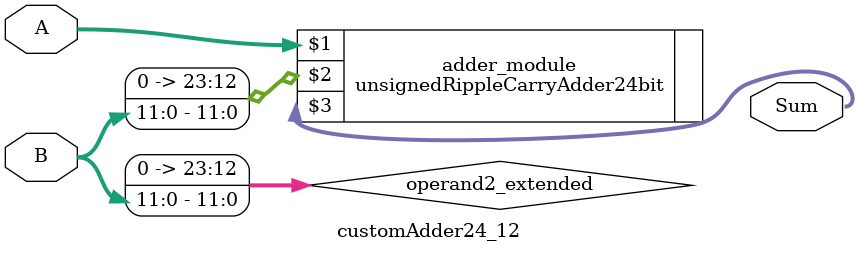
<source format=v>

module customAdder24_12(
                    input [23 : 0] A,
                    input [11 : 0] B,
                    
                    output [24 : 0] Sum
            );

    wire [23 : 0] operand2_extended;
    
    assign operand2_extended =  {12'b0, B};
    
    unsignedRippleCarryAdder24bit adder_module(
        A,
        operand2_extended,
        Sum
    );
    
endmodule
        
</source>
